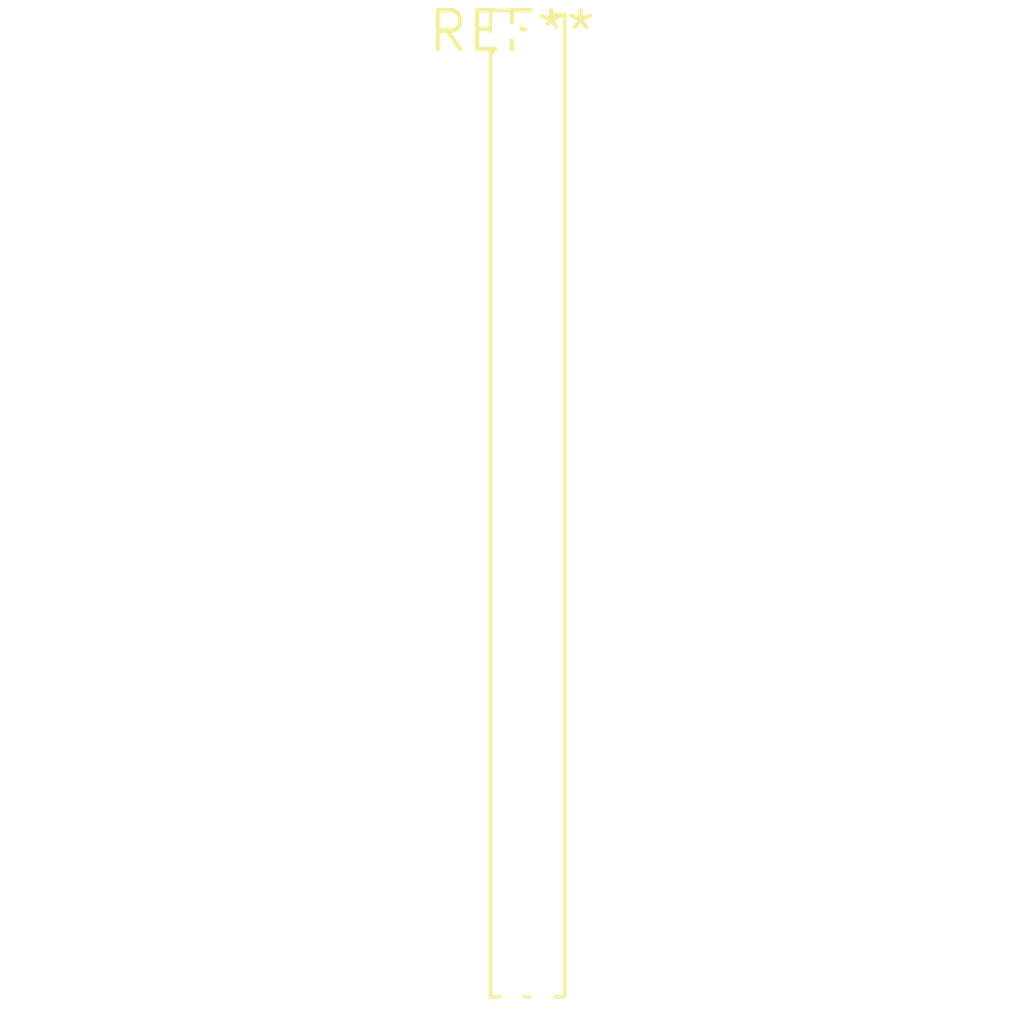
<source format=kicad_pcb>
(kicad_pcb (version 20240108) (generator pcbnew)
  (layers (0 "F.Cu" signal) (31 "B.Cu" signal) (34 "B.Paste" user) (35 "F.Paste" user) (36 "B.SilkS" user "B.Silkscreen") (37 "F.SilkS" user "F.Silkscreen") (38 "B.Mask" user) (39 "F.Mask" user) (44 "Edge.Cuts" user))
  (net 0 "")
  (footprint "PinHeader_2x32_P1.00mm_Vertical" (layer "F.Cu") (at 0 0)
    (property "Reference" "REF**")
    (property "Value" "PinHeader_2x32_P1.00mm_Vertical")
    (fp_line (start -0.71 -0.685) (end 0 -0.685) (layer "F.SilkS") (stroke (width 0.12)))
    (fp_line (start -0.71 0) (end -0.71 -0.685) (layer "F.SilkS") (stroke (width 0.12)))
    (fp_line (start -0.71 0.685) (end -0.71 31.56) (layer "F.SilkS") (stroke (width 0.12)))
    (fp_line (start -0.71 0.685) (end -0.608276 0.685) (layer "F.SilkS") (stroke (width 0.12)))
    (fp_line (start -0.71 31.56) (end -0.394493 31.56) (layer "F.SilkS") (stroke (width 0.12)))
    (fp_line (start 0.394493 31.56) (end 0.605507 31.56) (layer "F.SilkS") (stroke (width 0.12)))
    (fp_line (start 1.394493 -0.56) (end 1.71 -0.56) (layer "F.SilkS") (stroke (width 0.12)))
    (fp_line (start 1.394493 31.56) (end 1.71 31.56) (layer "F.SilkS") (stroke (width 0.12)))
    (fp_line (start 1.71 -0.56) (end 1.71 31.56) (layer "F.SilkS") (stroke (width 0.12)))
    (pad "1" thru_hole rect (at 0 0) (size 0.85 0.85) (drill 0.5) (layers *.Cu *.Mask) (remove_unused_layers))
    (pad "2" thru_hole oval (at 1 0) (size 0.85 0.85) (drill 0.5) (layers *.Cu *.Mask) (remove_unused_layers))
    (pad "3" thru_hole oval (at 0 1) (size 0.85 0.85) (drill 0.5) (layers *.Cu *.Mask) (remove_unused_layers))
    (pad "4" thru_hole oval (at 1 1) (size 0.85 0.85) (drill 0.5) (layers *.Cu *.Mask) (remove_unused_layers))
    (pad "5" thru_hole oval (at 0 2) (size 0.85 0.85) (drill 0.5) (layers *.Cu *.Mask) (remove_unused_layers))
    (pad "6" thru_hole oval (at 1 2) (size 0.85 0.85) (drill 0.5) (layers *.Cu *.Mask) (remove_unused_layers))
    (pad "7" thru_hole oval (at 0 3) (size 0.85 0.85) (drill 0.5) (layers *.Cu *.Mask) (remove_unused_layers))
    (pad "8" thru_hole oval (at 1 3) (size 0.85 0.85) (drill 0.5) (layers *.Cu *.Mask) (remove_unused_layers))
    (pad "9" thru_hole oval (at 0 4) (size 0.85 0.85) (drill 0.5) (layers *.Cu *.Mask) (remove_unused_layers))
    (pad "10" thru_hole oval (at 1 4) (size 0.85 0.85) (drill 0.5) (layers *.Cu *.Mask) (remove_unused_layers))
    (pad "11" thru_hole oval (at 0 5) (size 0.85 0.85) (drill 0.5) (layers *.Cu *.Mask) (remove_unused_layers))
    (pad "12" thru_hole oval (at 1 5) (size 0.85 0.85) (drill 0.5) (layers *.Cu *.Mask) (remove_unused_layers))
    (pad "13" thru_hole oval (at 0 6) (size 0.85 0.85) (drill 0.5) (layers *.Cu *.Mask) (remove_unused_layers))
    (pad "14" thru_hole oval (at 1 6) (size 0.85 0.85) (drill 0.5) (layers *.Cu *.Mask) (remove_unused_layers))
    (pad "15" thru_hole oval (at 0 7) (size 0.85 0.85) (drill 0.5) (layers *.Cu *.Mask) (remove_unused_layers))
    (pad "16" thru_hole oval (at 1 7) (size 0.85 0.85) (drill 0.5) (layers *.Cu *.Mask) (remove_unused_layers))
    (pad "17" thru_hole oval (at 0 8) (size 0.85 0.85) (drill 0.5) (layers *.Cu *.Mask) (remove_unused_layers))
    (pad "18" thru_hole oval (at 1 8) (size 0.85 0.85) (drill 0.5) (layers *.Cu *.Mask) (remove_unused_layers))
    (pad "19" thru_hole oval (at 0 9) (size 0.85 0.85) (drill 0.5) (layers *.Cu *.Mask) (remove_unused_layers))
    (pad "20" thru_hole oval (at 1 9) (size 0.85 0.85) (drill 0.5) (layers *.Cu *.Mask) (remove_unused_layers))
    (pad "21" thru_hole oval (at 0 10) (size 0.85 0.85) (drill 0.5) (layers *.Cu *.Mask) (remove_unused_layers))
    (pad "22" thru_hole oval (at 1 10) (size 0.85 0.85) (drill 0.5) (layers *.Cu *.Mask) (remove_unused_layers))
    (pad "23" thru_hole oval (at 0 11) (size 0.85 0.85) (drill 0.5) (layers *.Cu *.Mask) (remove_unused_layers))
    (pad "24" thru_hole oval (at 1 11) (size 0.85 0.85) (drill 0.5) (layers *.Cu *.Mask) (remove_unused_layers))
    (pad "25" thru_hole oval (at 0 12) (size 0.85 0.85) (drill 0.5) (layers *.Cu *.Mask) (remove_unused_layers))
    (pad "26" thru_hole oval (at 1 12) (size 0.85 0.85) (drill 0.5) (layers *.Cu *.Mask) (remove_unused_layers))
    (pad "27" thru_hole oval (at 0 13) (size 0.85 0.85) (drill 0.5) (layers *.Cu *.Mask) (remove_unused_layers))
    (pad "28" thru_hole oval (at 1 13) (size 0.85 0.85) (drill 0.5) (layers *.Cu *.Mask) (remove_unused_layers))
    (pad "29" thru_hole oval (at 0 14) (size 0.85 0.85) (drill 0.5) (layers *.Cu *.Mask) (remove_unused_layers))
    (pad "30" thru_hole oval (at 1 14) (size 0.85 0.85) (drill 0.5) (layers *.Cu *.Mask) (remove_unused_layers))
    (pad "31" thru_hole oval (at 0 15) (size 0.85 0.85) (drill 0.5) (layers *.Cu *.Mask) (remove_unused_layers))
    (pad "32" thru_hole oval (at 1 15) (size 0.85 0.85) (drill 0.5) (layers *.Cu *.Mask) (remove_unused_layers))
    (pad "33" thru_hole oval (at 0 16) (size 0.85 0.85) (drill 0.5) (layers *.Cu *.Mask) (remove_unused_layers))
    (pad "34" thru_hole oval (at 1 16) (size 0.85 0.85) (drill 0.5) (layers *.Cu *.Mask) (remove_unused_layers))
    (pad "35" thru_hole oval (at 0 17) (size 0.85 0.85) (drill 0.5) (layers *.Cu *.Mask) (remove_unused_layers))
    (pad "36" thru_hole oval (at 1 17) (size 0.85 0.85) (drill 0.5) (layers *.Cu *.Mask) (remove_unused_layers))
    (pad "37" thru_hole oval (at 0 18) (size 0.85 0.85) (drill 0.5) (layers *.Cu *.Mask) (remove_unused_layers))
    (pad "38" thru_hole oval (at 1 18) (size 0.85 0.85) (drill 0.5) (layers *.Cu *.Mask) (remove_unused_layers))
    (pad "39" thru_hole oval (at 0 19) (size 0.85 0.85) (drill 0.5) (layers *.Cu *.Mask) (remove_unused_layers))
    (pad "40" thru_hole oval (at 1 19) (size 0.85 0.85) (drill 0.5) (layers *.Cu *.Mask) (remove_unused_layers))
    (pad "41" thru_hole oval (at 0 20) (size 0.85 0.85) (drill 0.5) (layers *.Cu *.Mask) (remove_unused_layers))
    (pad "42" thru_hole oval (at 1 20) (size 0.85 0.85) (drill 0.5) (layers *.Cu *.Mask) (remove_unused_layers))
    (pad "43" thru_hole oval (at 0 21) (size 0.85 0.85) (drill 0.5) (layers *.Cu *.Mask) (remove_unused_layers))
    (pad "44" thru_hole oval (at 1 21) (size 0.85 0.85) (drill 0.5) (layers *.Cu *.Mask) (remove_unused_layers))
    (pad "45" thru_hole oval (at 0 22) (size 0.85 0.85) (drill 0.5) (layers *.Cu *.Mask) (remove_unused_layers))
    (pad "46" thru_hole oval (at 1 22) (size 0.85 0.85) (drill 0.5) (layers *.Cu *.Mask) (remove_unused_layers))
    (pad "47" thru_hole oval (at 0 23) (size 0.85 0.85) (drill 0.5) (layers *.Cu *.Mask) (remove_unused_layers))
    (pad "48" thru_hole oval (at 1 23) (size 0.85 0.85) (drill 0.5) (layers *.Cu *.Mask) (remove_unused_layers))
    (pad "49" thru_hole oval (at 0 24) (size 0.85 0.85) (drill 0.5) (layers *.Cu *.Mask) (remove_unused_layers))
    (pad "50" thru_hole oval (at 1 24) (size 0.85 0.85) (drill 0.5) (layers *.Cu *.Mask) (remove_unused_layers))
    (pad "51" thru_hole oval (at 0 25) (size 0.85 0.85) (drill 0.5) (layers *.Cu *.Mask) (remove_unused_layers))
    (pad "52" thru_hole oval (at 1 25) (size 0.85 0.85) (drill 0.5) (layers *.Cu *.Mask) (remove_unused_layers))
    (pad "53" thru_hole oval (at 0 26) (size 0.85 0.85) (drill 0.5) (layers *.Cu *.Mask) (remove_unused_layers))
    (pad "54" thru_hole oval (at 1 26) (size 0.85 0.85) (drill 0.5) (layers *.Cu *.Mask) (remove_unused_layers))
    (pad "55" thru_hole oval (at 0 27) (size 0.85 0.85) (drill 0.5) (layers *.Cu *.Mask) (remove_unused_layers))
    (pad "56" thru_hole oval (at 1 27) (size 0.85 0.85) (drill 0.5) (layers *.Cu *.Mask) (remove_unused_layers))
    (pad "57" thru_hole oval (at 0 28) (size 0.85 0.85) (drill 0.5) (layers *.Cu *.Mask) (remove_unused_layers))
    (pad "58" thru_hole oval (at 1 28) (size 0.85 0.85) (drill 0.5) (layers *.Cu *.Mask) (remove_unused_layers))
    (pad "59" thru_hole oval (at 0 29) (size 0.85 0.85) (drill 0.5) (layers *.Cu *.Mask) (remove_unused_layers))
    (pad "60" thru_hole oval (at 1 29) (size 0.85 0.85) (drill 0.5) (layers *.Cu *.Mask) (remove_unused_layers))
    (pad "61" thru_hole oval (at 0 30) (size 0.85 0.85) (drill 0.5) (layers *.Cu *.Mask) (remove_unused_layers))
    (pad "62" thru_hole oval (at 1 30) (size 0.85 0.85) (drill 0.5) (layers *.Cu *.Mask) (remove_unused_layers))
    (pad "63" thru_hole oval (at 0 31) (size 0.85 0.85) (drill 0.5) (layers *.Cu *.Mask) (remove_unused_layers))
    (pad "64" thru_hole oval (at 1 31) (size 0.85 0.85) (drill 0.5) (layers *.Cu *.Mask) (remove_unused_layers))
  )
)
</source>
